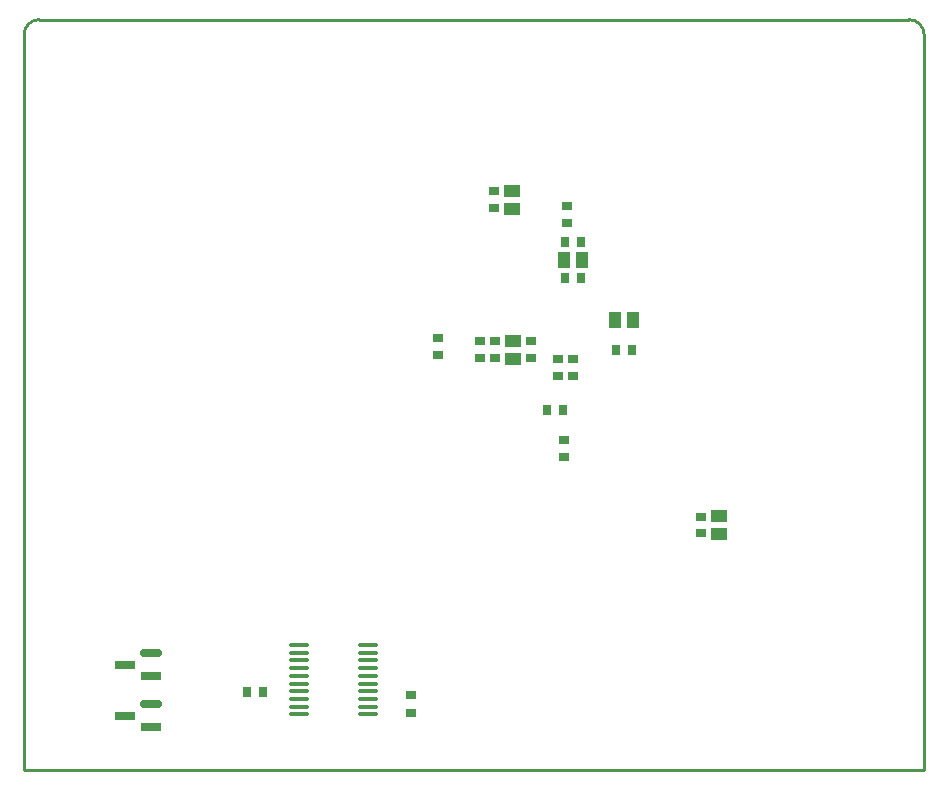
<source format=gbp>
%FSLAX44Y44*%
%MOMM*%
G71*
G01*
G75*
G04 Layer_Color=128*
%ADD10R,1.8034X1.1176*%
%ADD11R,5.3000X5.3000*%
%ADD12O,1.6500X0.2700*%
%ADD13O,0.2700X1.6500*%
%ADD14R,1.2700X1.2700*%
%ADD15R,0.7000X0.9000*%
%ADD16R,0.8000X0.9000*%
%ADD17R,0.9000X0.8000*%
%ADD18R,2.5400X1.6510*%
G04:AMPARAMS|DCode=19|XSize=1.651mm|YSize=2.54mm|CornerRadius=0.4128mm|HoleSize=0mm|Usage=FLASHONLY|Rotation=270.000|XOffset=0mm|YOffset=0mm|HoleType=Round|Shape=RoundedRectangle|*
%AMROUNDEDRECTD19*
21,1,1.6510,1.7145,0,0,270.0*
21,1,0.8255,2.5400,0,0,270.0*
1,1,0.8255,-0.8572,-0.4128*
1,1,0.8255,-0.8572,0.4128*
1,1,0.8255,0.8572,0.4128*
1,1,0.8255,0.8572,-0.4128*
%
%ADD19ROUNDEDRECTD19*%
%ADD20R,0.9000X0.7000*%
%ADD21R,1.7000X1.1000*%
%ADD22R,1.0000X2.7000*%
%ADD23R,3.2000X2.7000*%
%ADD24R,0.6096X0.5588*%
%ADD25R,2.6924X1.1176*%
%ADD26R,0.5588X0.6096*%
%ADD27R,2.0000X6.0000*%
%ADD28R,1.4000X1.1000*%
%ADD29R,1.1000X1.7000*%
%ADD30R,1.1000X1.4000*%
G04:AMPARAMS|DCode=31|XSize=1mm|YSize=1.55mm|CornerRadius=0.25mm|HoleSize=0mm|Usage=FLASHONLY|Rotation=270.000|XOffset=0mm|YOffset=0mm|HoleType=Round|Shape=RoundedRectangle|*
%AMROUNDEDRECTD31*
21,1,1.0000,1.0500,0,0,270.0*
21,1,0.5000,1.5500,0,0,270.0*
1,1,0.5000,-0.5250,-0.2500*
1,1,0.5000,-0.5250,0.2500*
1,1,0.5000,0.5250,0.2500*
1,1,0.5000,0.5250,-0.2500*
%
%ADD31ROUNDEDRECTD31*%
%ADD32R,1.5500X1.0000*%
%ADD33R,3.3000X1.8000*%
%ADD34R,1.0000X1.5000*%
G04:AMPARAMS|DCode=35|XSize=1mm|YSize=1.5mm|CornerRadius=0.25mm|HoleSize=0mm|Usage=FLASHONLY|Rotation=180.000|XOffset=0mm|YOffset=0mm|HoleType=Round|Shape=RoundedRectangle|*
%AMROUNDEDRECTD35*
21,1,1.0000,1.0000,0,0,180.0*
21,1,0.5000,1.5000,0,0,180.0*
1,1,0.5000,-0.2500,0.5000*
1,1,0.5000,0.2500,0.5000*
1,1,0.5000,0.2500,-0.5000*
1,1,0.5000,-0.2500,-0.5000*
%
%ADD35ROUNDEDRECTD35*%
%ADD36R,2.3876X3.0988*%
%ADD37R,1.9812X0.4608*%
%ADD38R,0.6000X0.8500*%
%ADD39C,0.2032*%
%ADD40C,0.3048*%
%ADD41C,1.2700*%
%ADD42C,0.4064*%
%ADD43C,0.4277*%
%ADD44C,0.3999*%
%ADD45C,0.4572*%
%ADD46C,0.7620*%
%ADD47C,0.6350*%
%ADD48C,0.2540*%
%ADD49R,6.8580X10.1600*%
%ADD50R,8.8900X8.8900*%
%ADD51R,12.7000X8.8900*%
%ADD52R,1.5240X1.5240*%
%ADD53C,1.5240*%
%ADD54C,1.8000*%
%ADD55C,1.7272*%
%ADD56C,2.4000*%
%ADD57C,1.5000*%
%ADD58R,1.5000X1.5000*%
%ADD59R,1.5000X1.5000*%
%ADD60C,0.6096*%
%ADD61C,0.6350*%
%ADD62C,0.6600*%
%ADD63C,1.0160*%
%ADD64C,1.0160*%
%ADD65C,0.3810*%
%ADD66R,4.5720X4.4450*%
%ADD67R,6.9850X1.7780*%
%ADD68C,2.0320*%
G04:AMPARAMS|DCode=69|XSize=2.524mm|YSize=2.524mm|CornerRadius=0mm|HoleSize=0mm|Usage=FLASHONLY|Rotation=0.000|XOffset=0mm|YOffset=0mm|HoleType=Round|Shape=Relief|Width=0.254mm|Gap=0.254mm|Entries=4|*
%AMTHD69*
7,0,0,2.5240,2.0160,0.2540,45*
%
%ADD69THD69*%
%ADD70C,2.0160*%
%ADD71C,2.0828*%
%ADD72C,2.8160*%
%ADD73C,1.9160*%
G04:AMPARAMS|DCode=74|XSize=2.424mm|YSize=2.424mm|CornerRadius=0mm|HoleSize=0mm|Usage=FLASHONLY|Rotation=0.000|XOffset=0mm|YOffset=0mm|HoleType=Round|Shape=Relief|Width=0.254mm|Gap=0.254mm|Entries=4|*
%AMTHD74*
7,0,0,2.4240,1.9160,0.2540,45*
%
%ADD74THD74*%
%ADD75C,1.3208*%
%ADD76C,1.3970*%
%ADD77C,1.3460*%
%ADD78R,4.4450X4.4450*%
G04:AMPARAMS|DCode=79|XSize=2.54mm|YSize=2.54mm|CornerRadius=0mm|HoleSize=0mm|Usage=FLASHONLY|Rotation=0.000|XOffset=0mm|YOffset=0mm|HoleType=Round|Shape=Relief|Width=0.254mm|Gap=0.254mm|Entries=4|*
%AMTHD79*
7,0,0,2.5400,2.0320,0.2540,45*
%
%ADD79THD79*%
G04:AMPARAMS|DCode=80|XSize=3.324mm|YSize=3.324mm|CornerRadius=0mm|HoleSize=0mm|Usage=FLASHONLY|Rotation=0.000|XOffset=0mm|YOffset=0mm|HoleType=Round|Shape=Relief|Width=0.254mm|Gap=0.254mm|Entries=4|*
%AMTHD80*
7,0,0,3.3240,2.8160,0.2540,45*
%
%ADD80THD80*%
%ADD81R,1.8000X0.7000*%
G04:AMPARAMS|DCode=82|XSize=0.7mm|YSize=1.8mm|CornerRadius=0.175mm|HoleSize=0mm|Usage=FLASHONLY|Rotation=90.000|XOffset=0mm|YOffset=0mm|HoleType=Round|Shape=RoundedRectangle|*
%AMROUNDEDRECTD82*
21,1,0.7000,1.4500,0,0,90.0*
21,1,0.3500,1.8000,0,0,90.0*
1,1,0.3500,0.7250,0.1750*
1,1,0.3500,0.7250,-0.1750*
1,1,0.3500,-0.7250,-0.1750*
1,1,0.3500,-0.7250,0.1750*
%
%ADD82ROUNDEDRECTD82*%
%ADD83O,1.8500X0.3500*%
%ADD84C,0.6000*%
%ADD85C,0.2500*%
%ADD86C,0.1524*%
%ADD87C,0.1270*%
%ADD88C,0.2000*%
%ADD89C,0.1778*%
%ADD90R,8.1280X3.3020*%
%ADD91R,1.9558X1.2700*%
%ADD92R,5.4524X5.4524*%
%ADD93O,1.8024X0.4224*%
%ADD94O,0.4224X1.8024*%
%ADD95R,1.4224X1.4224*%
%ADD96R,0.8524X1.0524*%
%ADD97R,0.9524X1.0524*%
%ADD98R,1.0524X0.9524*%
%ADD99R,2.6924X1.8034*%
G04:AMPARAMS|DCode=100|XSize=1.8034mm|YSize=2.6924mm|CornerRadius=0.4508mm|HoleSize=0mm|Usage=FLASHONLY|Rotation=270.000|XOffset=0mm|YOffset=0mm|HoleType=Round|Shape=RoundedRectangle|*
%AMROUNDEDRECTD100*
21,1,1.8034,1.7907,0,0,270.0*
21,1,0.9017,2.6924,0,0,270.0*
1,1,0.9017,-0.8953,-0.4508*
1,1,0.9017,-0.8953,0.4508*
1,1,0.9017,0.8953,0.4508*
1,1,0.9017,0.8953,-0.4508*
%
%ADD100ROUNDEDRECTD100*%
%ADD101R,1.0524X0.8524*%
%ADD102R,1.8524X1.2524*%
%ADD103R,1.1524X2.8524*%
%ADD104R,3.3524X2.8524*%
%ADD105R,0.7620X0.7112*%
%ADD106R,2.8448X1.2700*%
%ADD107R,0.7112X0.7620*%
%ADD108R,2.1524X6.1524*%
%ADD109R,1.5524X1.2524*%
%ADD110R,1.2524X1.8524*%
%ADD111R,1.2524X1.5524*%
G04:AMPARAMS|DCode=112|XSize=1.1524mm|YSize=1.7024mm|CornerRadius=0.2881mm|HoleSize=0mm|Usage=FLASHONLY|Rotation=270.000|XOffset=0mm|YOffset=0mm|HoleType=Round|Shape=RoundedRectangle|*
%AMROUNDEDRECTD112*
21,1,1.1524,1.1262,0,0,270.0*
21,1,0.5762,1.7024,0,0,270.0*
1,1,0.5762,-0.5631,-0.2881*
1,1,0.5762,-0.5631,0.2881*
1,1,0.5762,0.5631,0.2881*
1,1,0.5762,0.5631,-0.2881*
%
%ADD112ROUNDEDRECTD112*%
%ADD113R,1.7024X1.1524*%
%ADD114R,3.4524X1.9524*%
%ADD115R,1.1524X1.6524*%
G04:AMPARAMS|DCode=116|XSize=1.1524mm|YSize=1.6524mm|CornerRadius=0.2881mm|HoleSize=0mm|Usage=FLASHONLY|Rotation=180.000|XOffset=0mm|YOffset=0mm|HoleType=Round|Shape=RoundedRectangle|*
%AMROUNDEDRECTD116*
21,1,1.1524,1.0762,0,0,180.0*
21,1,0.5762,1.6524,0,0,180.0*
1,1,0.5762,-0.2881,0.5381*
1,1,0.5762,0.2881,0.5381*
1,1,0.5762,0.2881,-0.5381*
1,1,0.5762,-0.2881,-0.5381*
%
%ADD116ROUNDEDRECTD116*%
%ADD117R,2.5400X3.2512*%
%ADD118R,2.1336X0.6132*%
%ADD119R,0.7524X1.0024*%
%ADD120R,1.6764X1.6764*%
%ADD121C,1.6764*%
%ADD122C,1.9524*%
%ADD123C,1.8796*%
%ADD124C,2.5524*%
%ADD125C,1.6524*%
%ADD126R,1.6524X1.6524*%
%ADD127R,1.6524X1.6524*%
%ADD128C,0.7620*%
%ADD129C,0.7874*%
%ADD130C,1.1684*%
%ADD131R,1.9524X0.8524*%
G04:AMPARAMS|DCode=132|XSize=0.8524mm|YSize=1.9524mm|CornerRadius=0.2131mm|HoleSize=0mm|Usage=FLASHONLY|Rotation=90.000|XOffset=0mm|YOffset=0mm|HoleType=Round|Shape=RoundedRectangle|*
%AMROUNDEDRECTD132*
21,1,0.8524,1.5262,0,0,90.0*
21,1,0.4262,1.9524,0,0,90.0*
1,1,0.4262,0.7631,0.2131*
1,1,0.4262,0.7631,-0.2131*
1,1,0.4262,-0.7631,-0.2131*
1,1,0.4262,-0.7631,0.2131*
%
%ADD132ROUNDEDRECTD132*%
%ADD133O,2.0024X0.5024*%
%ADD134C,0.8124*%
D16*
X379080Y261620D02*
D03*
X393080D02*
D03*
X633080Y500380D02*
D03*
X647080D02*
D03*
X648320Y612140D02*
D03*
X662320D02*
D03*
X648320Y642620D02*
D03*
X662320D02*
D03*
X691500Y551180D02*
D03*
X705500D02*
D03*
D17*
X763270Y409590D02*
D03*
Y395590D02*
D03*
X588010Y685180D02*
D03*
Y671180D02*
D03*
X655320Y542940D02*
D03*
Y528940D02*
D03*
X642620Y542940D02*
D03*
Y528940D02*
D03*
X576580Y544180D02*
D03*
Y558180D02*
D03*
X650240Y672480D02*
D03*
Y658480D02*
D03*
X589280Y558180D02*
D03*
Y544180D02*
D03*
X619760Y544180D02*
D03*
Y558180D02*
D03*
X647700Y460360D02*
D03*
Y474360D02*
D03*
X541020Y546720D02*
D03*
Y560720D02*
D03*
D20*
X518160Y243960D02*
D03*
Y258960D02*
D03*
D28*
X778510Y395090D02*
D03*
Y410090D02*
D03*
X603250Y670680D02*
D03*
Y685680D02*
D03*
X604520Y543680D02*
D03*
Y558680D02*
D03*
D30*
X662820Y627380D02*
D03*
X647820D02*
D03*
X706000Y576580D02*
D03*
X691000D02*
D03*
D48*
X952500Y817880D02*
G03*
X939800Y830580I-12700J0D01*
G01*
X203200D02*
G03*
X190500Y817880I0J-12700D01*
G01*
X203200Y830580D02*
X939800D01*
X952500Y195580D02*
Y817880D01*
X190500Y195580D02*
Y817880D01*
Y195580D02*
X952500D01*
D81*
X276270Y284480D02*
D03*
X297770Y274980D02*
D03*
X276270Y241300D02*
D03*
X297770Y231800D02*
D03*
D82*
Y293980D02*
D03*
Y250800D02*
D03*
D83*
X422870Y242530D02*
D03*
Y249030D02*
D03*
Y255530D02*
D03*
Y262030D02*
D03*
Y268530D02*
D03*
Y275030D02*
D03*
Y281530D02*
D03*
Y288030D02*
D03*
Y294530D02*
D03*
Y301030D02*
D03*
X481370Y242530D02*
D03*
Y249030D02*
D03*
Y255530D02*
D03*
Y262030D02*
D03*
Y268530D02*
D03*
Y275030D02*
D03*
Y281530D02*
D03*
Y288030D02*
D03*
Y294530D02*
D03*
Y301030D02*
D03*
M02*

</source>
